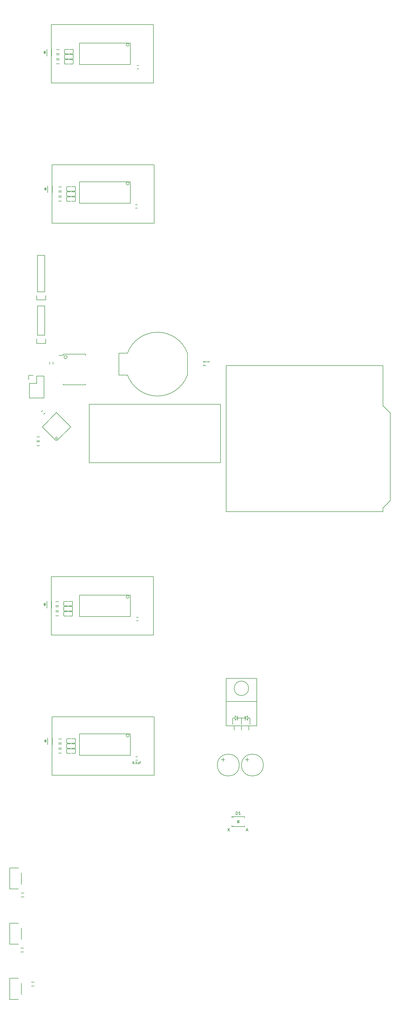
<source format=gto>
G04 #@! TF.FileFunction,Legend,Top*
%FSLAX46Y46*%
G04 Gerber Fmt 4.6, Leading zero omitted, Abs format (unit mm)*
G04 Created by KiCad (PCBNEW (2015-10-10 BZR 6258)-product) date Friday, October 16, 2015 'PMt' 06:39:56 PM*
%MOMM*%
G01*
G04 APERTURE LIST*
%ADD10C,0.100000*%
%ADD11C,0.150000*%
%ADD12C,0.203200*%
%ADD13C,0.152400*%
%ADD14C,0.032512*%
G04 APERTURE END LIST*
D10*
D11*
X92496600Y-246589800D02*
X92496600Y-195789800D01*
X92496600Y-195789800D02*
X93766600Y-195789800D01*
X147106600Y-246589800D02*
X92496600Y-246589800D01*
X147106600Y-246589800D02*
X147106600Y-245319800D01*
X147106600Y-245319800D02*
X149646600Y-242779800D01*
X149646600Y-242779800D02*
X149646600Y-212299800D01*
X149646600Y-212299800D02*
X147106600Y-209759800D01*
X147106600Y-209759800D02*
X147106600Y-197059800D01*
X147106600Y-197059800D02*
X147106600Y-195789800D01*
X147106600Y-195789800D02*
X93766600Y-195789800D01*
X96467895Y-354415000D02*
X97017895Y-353965000D01*
X97017895Y-353965000D02*
X97017895Y-354865000D01*
X97017895Y-354865000D02*
X96467895Y-354415000D01*
X96467895Y-353865000D02*
X96467895Y-354965000D01*
X94918755Y-356165060D02*
X94918755Y-355814540D01*
X94918755Y-352664940D02*
X94918755Y-353015460D01*
X98968335Y-356165060D02*
X98968335Y-355814540D01*
X94467455Y-356165060D02*
X94467455Y-355814540D01*
X94467455Y-352664940D02*
X94467455Y-353015460D01*
X98968335Y-352664940D02*
X98968335Y-353015460D01*
X94467455Y-356165060D02*
X98968335Y-356165060D01*
X94467455Y-352664940D02*
X98968335Y-352664940D01*
X29377600Y-278597800D02*
X29377600Y-278347800D01*
X29377600Y-279097800D02*
X29377600Y-279347800D01*
X29377600Y-279097800D02*
X29027600Y-278597800D01*
X29027600Y-278597800D02*
X29727600Y-278597800D01*
X29727600Y-278597800D02*
X29377600Y-279097800D01*
X29027600Y-279097800D02*
X29727600Y-279097800D01*
X31701600Y-280147800D02*
X31701600Y-277747800D01*
X30101600Y-280147800D02*
X30101600Y-277747800D01*
X29377600Y-86573800D02*
X29377600Y-86323800D01*
X29377600Y-87073800D02*
X29377600Y-87323800D01*
X29377600Y-87073800D02*
X29027600Y-86573800D01*
X29027600Y-86573800D02*
X29727600Y-86573800D01*
X29727600Y-86573800D02*
X29377600Y-87073800D01*
X29027600Y-87073800D02*
X29727600Y-87073800D01*
X31701600Y-88123800D02*
X31701600Y-85723800D01*
X30101600Y-88123800D02*
X30101600Y-85723800D01*
X29631600Y-134071800D02*
X29631600Y-133821800D01*
X29631600Y-134571800D02*
X29631600Y-134821800D01*
X29631600Y-134571800D02*
X29281600Y-134071800D01*
X29281600Y-134071800D02*
X29981600Y-134071800D01*
X29981600Y-134071800D02*
X29631600Y-134571800D01*
X29281600Y-134571800D02*
X29981600Y-134571800D01*
X31955600Y-135621800D02*
X31955600Y-133221800D01*
X30355600Y-135621800D02*
X30355600Y-133221800D01*
X29631600Y-326095800D02*
X29631600Y-325845800D01*
X29631600Y-326595800D02*
X29631600Y-326845800D01*
X29631600Y-326595800D02*
X29281600Y-326095800D01*
X29281600Y-326095800D02*
X29981600Y-326095800D01*
X29981600Y-326095800D02*
X29631600Y-326595800D01*
X29281600Y-326595800D02*
X29981600Y-326595800D01*
X31955600Y-327645800D02*
X31955600Y-325245800D01*
X30355600Y-327645800D02*
X30355600Y-325245800D01*
X37184561Y-192868800D02*
G75*
G03X37184561Y-192868800I-567961J0D01*
G01*
X35789600Y-191861800D02*
X35789600Y-192216800D01*
X43539600Y-191861800D02*
X43539600Y-192216800D01*
X43539600Y-202511800D02*
X43539600Y-202156800D01*
X35789600Y-202511800D02*
X35789600Y-202156800D01*
X35789600Y-191861800D02*
X43539600Y-191861800D01*
X35789600Y-202511800D02*
X43539600Y-202511800D01*
X35789600Y-192216800D02*
X34264600Y-192216800D01*
X90591600Y-209251800D02*
X44871600Y-209251800D01*
X44871600Y-209251800D02*
X44871600Y-229571800D01*
X44871600Y-229571800D02*
X90591600Y-229571800D01*
X90591600Y-229571800D02*
X90591600Y-209251800D01*
X38648600Y-133559800D02*
X39918600Y-133559800D01*
X39918600Y-133559800D02*
X40045600Y-133686800D01*
X40045600Y-133686800D02*
X40045600Y-134956800D01*
X40045600Y-134956800D02*
X39918600Y-135083800D01*
X39918600Y-135083800D02*
X38648600Y-135083800D01*
X37124600Y-135083800D02*
X36997600Y-134956800D01*
X36997600Y-134956800D02*
X36997600Y-133686800D01*
X36997600Y-133686800D02*
X37124600Y-133559800D01*
X38394600Y-133559800D02*
X37124600Y-133559800D01*
X37124600Y-135083800D02*
X38394600Y-135083800D01*
X38648600Y-135337800D02*
X39918600Y-135337800D01*
X39918600Y-135337800D02*
X40045600Y-135464800D01*
X40045600Y-135464800D02*
X40045600Y-136734800D01*
X40045600Y-136734800D02*
X39918600Y-136861800D01*
X39918600Y-136861800D02*
X38648600Y-136861800D01*
X37124600Y-136861800D02*
X36997600Y-136734800D01*
X36997600Y-136734800D02*
X36997600Y-135464800D01*
X36997600Y-135464800D02*
X37124600Y-135337800D01*
X38394600Y-135337800D02*
X37124600Y-135337800D01*
X37124600Y-136861800D02*
X38394600Y-136861800D01*
X38648600Y-137115800D02*
X39918600Y-137115800D01*
X39918600Y-137115800D02*
X40045600Y-137242800D01*
X40045600Y-137242800D02*
X40045600Y-138512800D01*
X40045600Y-138512800D02*
X39918600Y-138639800D01*
X39918600Y-138639800D02*
X38648600Y-138639800D01*
X37124600Y-138639800D02*
X36997600Y-138512800D01*
X36997600Y-138512800D02*
X36997600Y-137242800D01*
X36997600Y-137242800D02*
X37124600Y-137115800D01*
X38394600Y-137115800D02*
X37124600Y-137115800D01*
X37124600Y-138639800D02*
X38394600Y-138639800D01*
X38648600Y-325583800D02*
X39918600Y-325583800D01*
X39918600Y-325583800D02*
X40045600Y-325710800D01*
X40045600Y-325710800D02*
X40045600Y-326980800D01*
X40045600Y-326980800D02*
X39918600Y-327107800D01*
X39918600Y-327107800D02*
X38648600Y-327107800D01*
X37124600Y-327107800D02*
X36997600Y-326980800D01*
X36997600Y-326980800D02*
X36997600Y-325710800D01*
X36997600Y-325710800D02*
X37124600Y-325583800D01*
X38394600Y-325583800D02*
X37124600Y-325583800D01*
X37124600Y-327107800D02*
X38394600Y-327107800D01*
X38648600Y-327361800D02*
X39918600Y-327361800D01*
X39918600Y-327361800D02*
X40045600Y-327488800D01*
X40045600Y-327488800D02*
X40045600Y-328758800D01*
X40045600Y-328758800D02*
X39918600Y-328885800D01*
X39918600Y-328885800D02*
X38648600Y-328885800D01*
X37124600Y-328885800D02*
X36997600Y-328758800D01*
X36997600Y-328758800D02*
X36997600Y-327488800D01*
X36997600Y-327488800D02*
X37124600Y-327361800D01*
X38394600Y-327361800D02*
X37124600Y-327361800D01*
X37124600Y-328885800D02*
X38394600Y-328885800D01*
X38648600Y-329139800D02*
X39918600Y-329139800D01*
X39918600Y-329139800D02*
X40045600Y-329266800D01*
X40045600Y-329266800D02*
X40045600Y-330536800D01*
X40045600Y-330536800D02*
X39918600Y-330663800D01*
X39918600Y-330663800D02*
X38648600Y-330663800D01*
X37124600Y-330663800D02*
X36997600Y-330536800D01*
X36997600Y-330536800D02*
X36997600Y-329266800D01*
X36997600Y-329266800D02*
X37124600Y-329139800D01*
X38394600Y-329139800D02*
X37124600Y-329139800D01*
X37124600Y-330663800D02*
X38394600Y-330663800D01*
X37886600Y-85807800D02*
X39156600Y-85807800D01*
X39156600Y-85807800D02*
X39283600Y-85934800D01*
X39283600Y-85934800D02*
X39283600Y-87204800D01*
X39283600Y-87204800D02*
X39156600Y-87331800D01*
X39156600Y-87331800D02*
X37886600Y-87331800D01*
X36362600Y-87331800D02*
X36235600Y-87204800D01*
X36235600Y-87204800D02*
X36235600Y-85934800D01*
X36235600Y-85934800D02*
X36362600Y-85807800D01*
X37632600Y-85807800D02*
X36362600Y-85807800D01*
X36362600Y-87331800D02*
X37632600Y-87331800D01*
X37886600Y-87585800D02*
X39156600Y-87585800D01*
X39156600Y-87585800D02*
X39283600Y-87712800D01*
X39283600Y-87712800D02*
X39283600Y-88982800D01*
X39283600Y-88982800D02*
X39156600Y-89109800D01*
X39156600Y-89109800D02*
X37886600Y-89109800D01*
X36362600Y-89109800D02*
X36235600Y-88982800D01*
X36235600Y-88982800D02*
X36235600Y-87712800D01*
X36235600Y-87712800D02*
X36362600Y-87585800D01*
X37632600Y-87585800D02*
X36362600Y-87585800D01*
X36362600Y-89109800D02*
X37632600Y-89109800D01*
X37886600Y-89363800D02*
X39156600Y-89363800D01*
X39156600Y-89363800D02*
X39283600Y-89490800D01*
X39283600Y-89490800D02*
X39283600Y-90760800D01*
X39283600Y-90760800D02*
X39156600Y-90887800D01*
X39156600Y-90887800D02*
X37886600Y-90887800D01*
X36362600Y-90887800D02*
X36235600Y-90760800D01*
X36235600Y-90760800D02*
X36235600Y-89490800D01*
X36235600Y-89490800D02*
X36362600Y-89363800D01*
X37632600Y-89363800D02*
X36362600Y-89363800D01*
X36362600Y-90887800D02*
X37632600Y-90887800D01*
X37632600Y-277831800D02*
X38902600Y-277831800D01*
X38902600Y-277831800D02*
X39029600Y-277958800D01*
X39029600Y-277958800D02*
X39029600Y-279228800D01*
X39029600Y-279228800D02*
X38902600Y-279355800D01*
X38902600Y-279355800D02*
X37632600Y-279355800D01*
X36108600Y-279355800D02*
X35981600Y-279228800D01*
X35981600Y-279228800D02*
X35981600Y-277958800D01*
X35981600Y-277958800D02*
X36108600Y-277831800D01*
X37378600Y-277831800D02*
X36108600Y-277831800D01*
X36108600Y-279355800D02*
X37378600Y-279355800D01*
X37632600Y-279609800D02*
X38902600Y-279609800D01*
X38902600Y-279609800D02*
X39029600Y-279736800D01*
X39029600Y-279736800D02*
X39029600Y-281006800D01*
X39029600Y-281006800D02*
X38902600Y-281133800D01*
X38902600Y-281133800D02*
X37632600Y-281133800D01*
X36108600Y-281133800D02*
X35981600Y-281006800D01*
X35981600Y-281006800D02*
X35981600Y-279736800D01*
X35981600Y-279736800D02*
X36108600Y-279609800D01*
X37378600Y-279609800D02*
X36108600Y-279609800D01*
X36108600Y-281133800D02*
X37378600Y-281133800D01*
X37632600Y-281387800D02*
X38902600Y-281387800D01*
X38902600Y-281387800D02*
X39029600Y-281514800D01*
X39029600Y-281514800D02*
X39029600Y-282784800D01*
X39029600Y-282784800D02*
X38902600Y-282911800D01*
X38902600Y-282911800D02*
X37632600Y-282911800D01*
X36108600Y-282911800D02*
X35981600Y-282784800D01*
X35981600Y-282784800D02*
X35981600Y-281514800D01*
X35981600Y-281514800D02*
X36108600Y-281387800D01*
X37378600Y-281387800D02*
X36108600Y-281387800D01*
X36108600Y-282911800D02*
X37378600Y-282911800D01*
D12*
X20190200Y-370559000D02*
X17190200Y-370559000D01*
X17190200Y-370559000D02*
X17190200Y-377859000D01*
X17190200Y-377859000D02*
X20190200Y-377859000D01*
X21190200Y-376209000D02*
X21190200Y-372209000D01*
X20190200Y-389749000D02*
X17190200Y-389749000D01*
X17190200Y-389749000D02*
X17190200Y-397049000D01*
X17190200Y-397049000D02*
X20190200Y-397049000D01*
X21190200Y-395399000D02*
X21190200Y-391399000D01*
X20190200Y-408939000D02*
X17190200Y-408939000D01*
X17190200Y-408939000D02*
X17190200Y-416239000D01*
X17190200Y-416239000D02*
X20190200Y-416239000D01*
X21190200Y-414589000D02*
X21190200Y-410589000D01*
X58153600Y-199081800D02*
X55173600Y-199081800D01*
X55173600Y-199081800D02*
X55173600Y-191481800D01*
X55173600Y-191481800D02*
X58153600Y-191481800D01*
X79033600Y-199081800D02*
X79033600Y-191481800D01*
X79033600Y-199081800D02*
G75*
G02X58153600Y-199081800I-10440000J3814631D01*
G01*
X79033600Y-191481800D02*
G75*
G03X58153600Y-191481800I-10440000J-3814631D01*
G01*
D11*
X99874895Y-332207000D02*
X99874895Y-333477000D01*
X99239895Y-332842000D02*
X100382895Y-332842000D01*
X105462895Y-334747000D02*
G75*
G03X105462895Y-334747000I-3810000J0D01*
G01*
X97828060Y-318421000D02*
X97828060Y-320620640D01*
X95628420Y-318421000D02*
X94828320Y-318421000D01*
X94828320Y-318421000D02*
X94828320Y-320620640D01*
X100129300Y-318421000D02*
X100827800Y-318421000D01*
X100827800Y-318421000D02*
X100827800Y-320620640D01*
X96527580Y-318421000D02*
X99227600Y-318421000D01*
X96527580Y-318321940D02*
X95628420Y-317620900D01*
X95628420Y-317620900D02*
X95628420Y-319122040D01*
X95628420Y-319122040D02*
X96527580Y-318421000D01*
X99128540Y-318321940D02*
X100027700Y-317620900D01*
X100027700Y-317620900D02*
X100027700Y-319122040D01*
X100027700Y-319122040D02*
X99128540Y-318321940D01*
X96527580Y-317620900D02*
X96527580Y-319122040D01*
X99128540Y-317620900D02*
X99128540Y-319122040D01*
X95288060Y-321138800D02*
X95288060Y-322535800D01*
X97828060Y-321138800D02*
X97828060Y-322535800D01*
X100368060Y-321138800D02*
X100368060Y-322535800D01*
X100342532Y-308057800D02*
G75*
G03X100342532Y-308057800I-2514472J0D01*
G01*
X103162060Y-312629800D02*
X103162060Y-304628800D01*
X103162060Y-304628800D02*
X92494060Y-304628800D01*
X92494060Y-304628800D02*
X92494060Y-312629800D01*
X103162060Y-321138800D02*
X103162060Y-312629800D01*
X103162060Y-312629800D02*
X92494060Y-312629800D01*
X92494060Y-312629800D02*
X92494060Y-321138800D01*
X97828060Y-321138800D02*
X92494060Y-321138800D01*
X97828060Y-321138800D02*
X103162060Y-321138800D01*
X24043600Y-202012800D02*
X24043600Y-207092800D01*
X23763600Y-199192800D02*
X25313600Y-199192800D01*
X26583600Y-199472800D02*
X26583600Y-202012800D01*
X26583600Y-202012800D02*
X24043600Y-202012800D01*
X24043600Y-207092800D02*
X29123600Y-207092800D01*
X29123600Y-207092800D02*
X29123600Y-202012800D01*
X23763600Y-199192800D02*
X23763600Y-200742800D01*
X29123600Y-199472800D02*
X26583600Y-199472800D01*
X29123600Y-202012800D02*
X29123600Y-199472800D01*
D13*
X59146400Y-131878600D02*
X41493400Y-131878600D01*
X41493400Y-131878600D02*
X41493400Y-139305000D01*
X41493400Y-139305000D02*
X59146400Y-139305000D01*
X59146400Y-139305000D02*
X59146400Y-131878600D01*
X58740000Y-132442200D02*
G75*
G03X58740000Y-132442200I-533400J0D01*
G01*
X59146400Y-323902600D02*
X41493400Y-323902600D01*
X41493400Y-323902600D02*
X41493400Y-331329000D01*
X41493400Y-331329000D02*
X59146400Y-331329000D01*
X59146400Y-331329000D02*
X59146400Y-323902600D01*
X58740000Y-324466200D02*
G75*
G03X58740000Y-324466200I-533400J0D01*
G01*
D11*
X91479895Y-332207000D02*
X91479895Y-333477000D01*
X90844895Y-332842000D02*
X91987895Y-332842000D01*
X97067895Y-334747000D02*
G75*
G03X97067895Y-334747000I-3810000J0D01*
G01*
D13*
X28484781Y-217125800D02*
X33441600Y-212168981D01*
X33441600Y-212168981D02*
X38398419Y-217125800D01*
X38398419Y-217125800D02*
X33692623Y-221831596D01*
X33190577Y-221831596D02*
X28484781Y-217125800D01*
X33190577Y-221831596D02*
X33692623Y-221831596D01*
X33800800Y-221005271D02*
G75*
G03X33800800Y-221005271I-359200J0D01*
G01*
D11*
X67477600Y-125939800D02*
X67477600Y-146259800D01*
X67477600Y-146259800D02*
X31917600Y-146259800D01*
X31917600Y-146259800D02*
X31917600Y-125939800D01*
X31917600Y-125939800D02*
X67477600Y-125939800D01*
X67223600Y-77171800D02*
X67223600Y-97491800D01*
X67223600Y-97491800D02*
X31663600Y-97491800D01*
X31663600Y-97491800D02*
X31663600Y-77171800D01*
X31663600Y-77171800D02*
X67223600Y-77171800D01*
D13*
X59146400Y-83618600D02*
X41493400Y-83618600D01*
X41493400Y-83618600D02*
X41493400Y-91045000D01*
X41493400Y-91045000D02*
X59146400Y-91045000D01*
X59146400Y-91045000D02*
X59146400Y-83618600D01*
X58740000Y-84182200D02*
G75*
G03X58740000Y-84182200I-533400J0D01*
G01*
D11*
X67223600Y-269195800D02*
X67223600Y-289515800D01*
X67223600Y-289515800D02*
X31663600Y-289515800D01*
X31663600Y-289515800D02*
X31663600Y-269195800D01*
X31663600Y-269195800D02*
X67223600Y-269195800D01*
D13*
X59146400Y-275642600D02*
X41493400Y-275642600D01*
X41493400Y-275642600D02*
X41493400Y-283069000D01*
X41493400Y-283069000D02*
X59146400Y-283069000D01*
X59146400Y-283069000D02*
X59146400Y-275642600D01*
X58740000Y-276206200D02*
G75*
G03X58740000Y-276206200I-533400J0D01*
G01*
D11*
X67477600Y-317963800D02*
X67477600Y-338283800D01*
X67477600Y-338283800D02*
X31917600Y-338283800D01*
X31917600Y-338283800D02*
X31917600Y-317963800D01*
X31917600Y-317963800D02*
X67477600Y-317963800D01*
X61285600Y-283327800D02*
X61985600Y-283327800D01*
X61985600Y-284527800D02*
X61285600Y-284527800D01*
X61031600Y-331841800D02*
X61731600Y-331841800D01*
X61731600Y-333041800D02*
X61031600Y-333041800D01*
X29541351Y-212222577D02*
X29046377Y-212717551D01*
X28197849Y-211869023D02*
X28692823Y-211374049D01*
X61412600Y-91430800D02*
X62112600Y-91430800D01*
X62112600Y-92630800D02*
X61412600Y-92630800D01*
X60904600Y-139817800D02*
X61604600Y-139817800D01*
X61604600Y-141017800D02*
X60904600Y-141017800D01*
X32263600Y-194550800D02*
X32263600Y-195250800D01*
X31063600Y-195250800D02*
X31063600Y-194550800D01*
X22130600Y-380614800D02*
X21130600Y-380614800D01*
X21130600Y-379264800D02*
X22130600Y-379264800D01*
X22003600Y-399791800D02*
X21003600Y-399791800D01*
X21003600Y-398441800D02*
X22003600Y-398441800D01*
X27591600Y-223642800D02*
X26591600Y-223642800D01*
X26591600Y-222292800D02*
X27591600Y-222292800D01*
X25686600Y-411602800D02*
X24686600Y-411602800D01*
X24686600Y-410252800D02*
X25686600Y-410252800D01*
X26591600Y-220641800D02*
X27591600Y-220641800D01*
X27591600Y-221991800D02*
X26591600Y-221991800D01*
X33195600Y-281474800D02*
X34195600Y-281474800D01*
X34195600Y-282824800D02*
X33195600Y-282824800D01*
X33195600Y-279696800D02*
X34195600Y-279696800D01*
X34195600Y-281046800D02*
X33195600Y-281046800D01*
X33195600Y-277918800D02*
X34195600Y-277918800D01*
X34195600Y-279268800D02*
X33195600Y-279268800D01*
X33449600Y-89450800D02*
X34449600Y-89450800D01*
X34449600Y-90800800D02*
X33449600Y-90800800D01*
X33449600Y-87672800D02*
X34449600Y-87672800D01*
X34449600Y-89022800D02*
X33449600Y-89022800D01*
X33449600Y-85894800D02*
X34449600Y-85894800D01*
X34449600Y-87244800D02*
X33449600Y-87244800D01*
X34211600Y-329226800D02*
X35211600Y-329226800D01*
X35211600Y-330576800D02*
X34211600Y-330576800D01*
X34211600Y-327448800D02*
X35211600Y-327448800D01*
X35211600Y-328798800D02*
X34211600Y-328798800D01*
X34211600Y-135424800D02*
X35211600Y-135424800D01*
X35211600Y-136774800D02*
X34211600Y-136774800D01*
X34211600Y-133646800D02*
X35211600Y-133646800D01*
X35211600Y-134996800D02*
X34211600Y-134996800D01*
X34211600Y-325670800D02*
X35211600Y-325670800D01*
X35211600Y-327020800D02*
X34211600Y-327020800D01*
X34211600Y-137202800D02*
X35211600Y-137202800D01*
X35211600Y-138552800D02*
X34211600Y-138552800D01*
X29657600Y-186518800D02*
X29657600Y-188068800D01*
X29657600Y-188068800D02*
X26557600Y-188068800D01*
X26557600Y-188068800D02*
X26557600Y-186518800D01*
X26837600Y-185248800D02*
X26837600Y-175088800D01*
X26837600Y-175088800D02*
X29377600Y-175088800D01*
X29377600Y-175088800D02*
X29377600Y-185248800D01*
X26837600Y-185248800D02*
X29377600Y-185248800D01*
X26837600Y-170135800D02*
X26837600Y-157435800D01*
X26837600Y-157435800D02*
X29377600Y-157435800D01*
X29377600Y-157435800D02*
X29377600Y-170135800D01*
X26557600Y-172955800D02*
X26557600Y-171405800D01*
X26837600Y-170135800D02*
X29377600Y-170135800D01*
X29657600Y-171405800D02*
X29657600Y-172955800D01*
X29657600Y-172955800D02*
X26557600Y-172955800D01*
X95979800Y-352017381D02*
X95979800Y-351017381D01*
X96217895Y-351017381D01*
X96360753Y-351065000D01*
X96455991Y-351160238D01*
X96503610Y-351255476D01*
X96551229Y-351445952D01*
X96551229Y-351588810D01*
X96503610Y-351779286D01*
X96455991Y-351874524D01*
X96360753Y-351969762D01*
X96217895Y-352017381D01*
X95979800Y-352017381D01*
X97503610Y-352017381D02*
X96932181Y-352017381D01*
X97217895Y-352017381D02*
X97217895Y-351017381D01*
X97122657Y-351160238D01*
X97027419Y-351255476D01*
X96932181Y-351303095D01*
X93205990Y-357767381D02*
X93205990Y-356767381D01*
X93777419Y-357767381D02*
X93348847Y-357195952D01*
X93777419Y-356767381D02*
X93205990Y-357338810D01*
X99529800Y-357431667D02*
X100005991Y-357431667D01*
X99434562Y-357717381D02*
X99767895Y-356717381D01*
X100101229Y-357717381D01*
D14*
X84699217Y-195696183D02*
X84754371Y-195714568D01*
X84772756Y-195732952D01*
X84791141Y-195769722D01*
X84791141Y-195824876D01*
X84772756Y-195861646D01*
X84754371Y-195880030D01*
X84717602Y-195898415D01*
X84570524Y-195898415D01*
X84570524Y-195512335D01*
X84699217Y-195512335D01*
X84735987Y-195530720D01*
X84754371Y-195549105D01*
X84772756Y-195585874D01*
X84772756Y-195622644D01*
X84754371Y-195659413D01*
X84735987Y-195677798D01*
X84699217Y-195696183D01*
X84570524Y-195696183D01*
X84901450Y-195512335D02*
X85122067Y-195512335D01*
X85011758Y-195898415D02*
X85011758Y-195512335D01*
X85452992Y-195898415D02*
X85232375Y-195898415D01*
X85342684Y-195898415D02*
X85342684Y-195512335D01*
X85305914Y-195567490D01*
X85269145Y-195604259D01*
X85232375Y-195622644D01*
X84699217Y-194426183D02*
X84754371Y-194444568D01*
X84772756Y-194462952D01*
X84791141Y-194499722D01*
X84791141Y-194554876D01*
X84772756Y-194591646D01*
X84754371Y-194610030D01*
X84717602Y-194628415D01*
X84570524Y-194628415D01*
X84570524Y-194242335D01*
X84699217Y-194242335D01*
X84735987Y-194260720D01*
X84754371Y-194279105D01*
X84772756Y-194315874D01*
X84772756Y-194352644D01*
X84754371Y-194389413D01*
X84735987Y-194407798D01*
X84699217Y-194426183D01*
X84570524Y-194426183D01*
X84938219Y-194518107D02*
X85122067Y-194518107D01*
X84901450Y-194628415D02*
X85030143Y-194242335D01*
X85158836Y-194628415D01*
X85232376Y-194242335D02*
X85452993Y-194242335D01*
X85342684Y-194628415D02*
X85342684Y-194242335D01*
X85526532Y-194242335D02*
X85747149Y-194242335D01*
X85636840Y-194628415D02*
X85636840Y-194242335D01*
X85875842Y-194426183D02*
X86004535Y-194426183D01*
X86059689Y-194628415D02*
X85875842Y-194628415D01*
X85875842Y-194242335D01*
X86059689Y-194242335D01*
X86445769Y-194628415D02*
X86317076Y-194444568D01*
X86225152Y-194628415D02*
X86225152Y-194242335D01*
X86372230Y-194242335D01*
X86408999Y-194260720D01*
X86427384Y-194279105D01*
X86445769Y-194315874D01*
X86445769Y-194371029D01*
X86427384Y-194407798D01*
X86408999Y-194426183D01*
X86372230Y-194444568D01*
X86225152Y-194444568D01*
X86684771Y-194444568D02*
X86684771Y-194628415D01*
X86556078Y-194242335D02*
X86684771Y-194444568D01*
X86813464Y-194242335D01*
D11*
X60149458Y-333555086D02*
X60220886Y-333555086D01*
X60292315Y-333590800D01*
X60328029Y-333626514D01*
X60363743Y-333697943D01*
X60399458Y-333840800D01*
X60399458Y-334019371D01*
X60363743Y-334162229D01*
X60328029Y-334233657D01*
X60292315Y-334269371D01*
X60220886Y-334305086D01*
X60149458Y-334305086D01*
X60078029Y-334269371D01*
X60042315Y-334233657D01*
X60006600Y-334162229D01*
X59970886Y-334019371D01*
X59970886Y-333840800D01*
X60006600Y-333697943D01*
X60042315Y-333626514D01*
X60078029Y-333590800D01*
X60149458Y-333555086D01*
X60720886Y-334233657D02*
X60756601Y-334269371D01*
X60720886Y-334305086D01*
X60685172Y-334269371D01*
X60720886Y-334233657D01*
X60720886Y-334305086D01*
X61470887Y-334305086D02*
X61042315Y-334305086D01*
X61256601Y-334305086D02*
X61256601Y-333555086D01*
X61185172Y-333662229D01*
X61113744Y-333733657D01*
X61042315Y-333769371D01*
X62113744Y-333805086D02*
X62113744Y-334305086D01*
X61792315Y-333805086D02*
X61792315Y-334197943D01*
X61828030Y-334269371D01*
X61899458Y-334305086D01*
X62006601Y-334305086D01*
X62078030Y-334269371D01*
X62113744Y-334233657D01*
X62720886Y-333912229D02*
X62470886Y-333912229D01*
X62470886Y-334305086D02*
X62470886Y-333555086D01*
X62828029Y-333555086D01*
M02*

</source>
